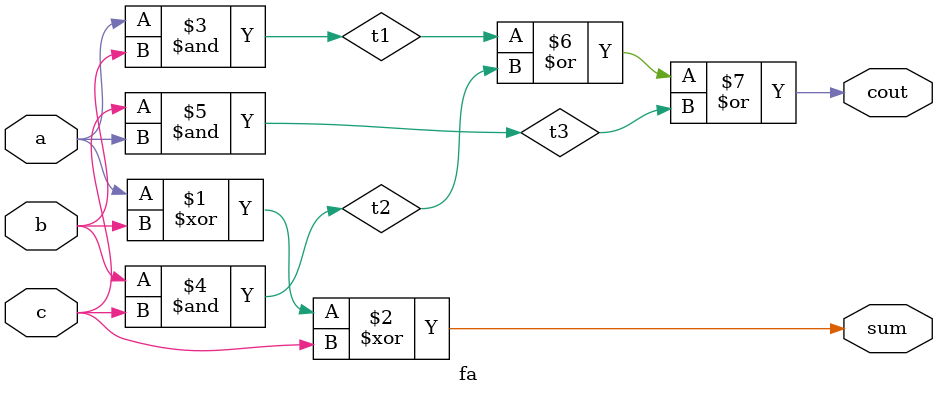
<source format=sv>
module fa (cout,sum,a,b,c);
input logic a,b,c;
output logic sum, cout;

wire t1,t2,t3;

xor G1 (sum,a,b,c);
and G2 (t1,a,b);
and G3 (t2,b,c);
and G4 (t3,c,a);
or G5 (cout,t1,t2,t3);

endmodule
</source>
